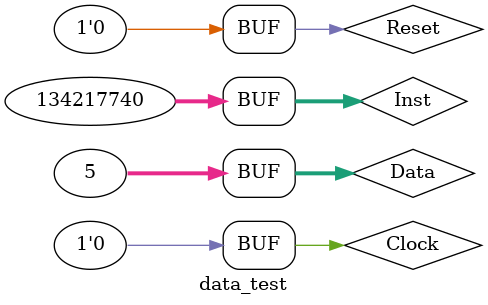
<source format=v>
`timescale 1ns / 1ps


module data_test;

	// Inputs
	reg Reset;
	reg Clock;
	reg [31:0] Inst;
	reg [31:0] Data;

	// Outputs
	wire MemWrite;
	wire MemRead;
	wire [31:0] Result;
	wire [31:0] B_data;
	wire [31:0] NextPC;

	// Instantiate the Unit Under Test (UUT)
	Data_Flow uut (
		.Reset(Reset), 
		.Clock(Clock), 
		.Inst(Inst), 
		.Data(Data), 
		.MemWrite(MemWrite), 
		.MemRead(MemRead), 
		.Result(Result), 
		.B_data(B_data), 
		.NextPC(NextPC)
	);

	initial begin
		Reset = 0;
		Clock = 0;
		Inst = 0;
		Data = 0; 
		
		#100;
		Clock = 1;  
		Inst = 32'h00002820; //add $a1(00101) , $0(00000), $0
		#100; 
		Clock = 0;
		
		#100;
		Clock = 1; 
		Inst = 32'h8CB10000; //lw $s1,0($a1)  R[$s1]=Data=10 
		Data = 10;		
		#100;
		Clock = 0;
		
		#100;
		Clock = 1;
		Data = 5;
		Inst = 32'h8CB20004; //lw $s2,4($a1)	  R[$s2]=Data=5		
		#100;
		Clock = 0;	
		
		#100;
		Clock = 1;	
		Inst = 32'h02329822; //Sub $s3,$s1,$s2	  R[$s3]=5		
		#100;
		Clock = 0;
		
		#100;
		Clock = 1; 
		Inst = 32'h02328820; //Add $s1,$s1,$s2		R[$s1]=15	
		#100;
		Clock = 0;
		
      #100;  
		Clock = 1; 
		Inst = 32'h0800000C; //jump		
		#100;
		Clock = 0;
		
		#100;  
		Clock = 1;	
		#100;
		Clock = 0;
		// Add stimulus here

	end
      
endmodule


</source>
